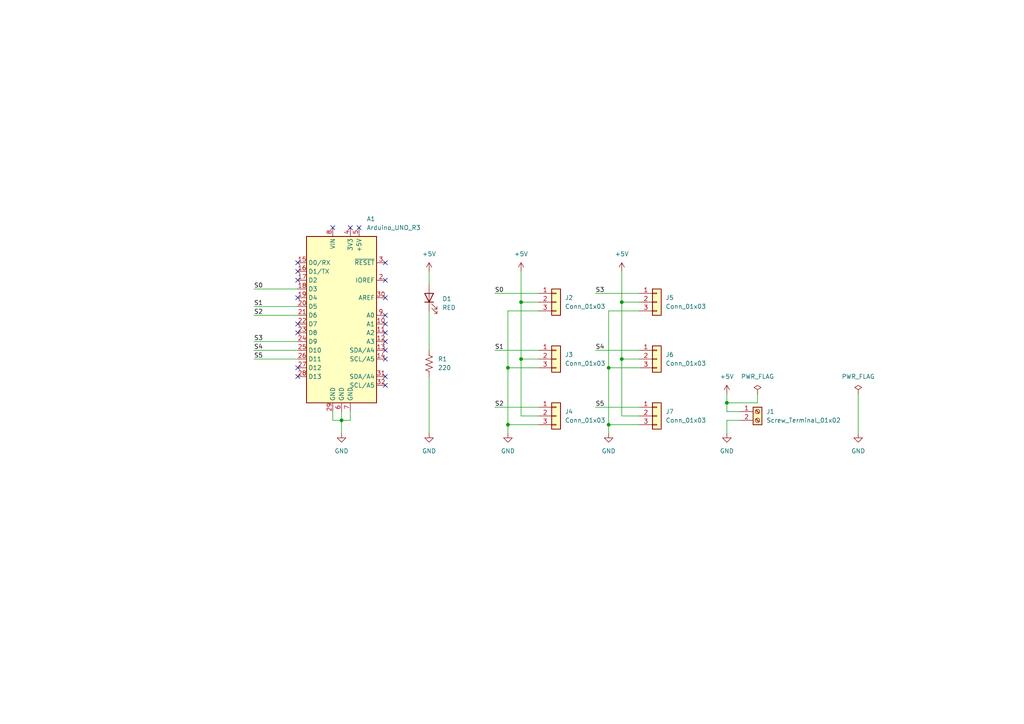
<source format=kicad_sch>
(kicad_sch (version 20230121) (generator eeschema)

  (uuid 7c5fec89-8792-4727-bfaf-8304731c4c88)

  (paper "A4")

  (lib_symbols
    (symbol "Connector:Screw_Terminal_01x02" (pin_names (offset 1.016) hide) (in_bom yes) (on_board yes)
      (property "Reference" "J" (at 0 2.54 0)
        (effects (font (size 1.27 1.27)))
      )
      (property "Value" "Screw_Terminal_01x02" (at 0 -5.08 0)
        (effects (font (size 1.27 1.27)))
      )
      (property "Footprint" "" (at 0 0 0)
        (effects (font (size 1.27 1.27)) hide)
      )
      (property "Datasheet" "~" (at 0 0 0)
        (effects (font (size 1.27 1.27)) hide)
      )
      (property "ki_keywords" "screw terminal" (at 0 0 0)
        (effects (font (size 1.27 1.27)) hide)
      )
      (property "ki_description" "Generic screw terminal, single row, 01x02, script generated (kicad-library-utils/schlib/autogen/connector/)" (at 0 0 0)
        (effects (font (size 1.27 1.27)) hide)
      )
      (property "ki_fp_filters" "TerminalBlock*:*" (at 0 0 0)
        (effects (font (size 1.27 1.27)) hide)
      )
      (symbol "Screw_Terminal_01x02_1_1"
        (rectangle (start -1.27 1.27) (end 1.27 -3.81)
          (stroke (width 0.254) (type default))
          (fill (type background))
        )
        (circle (center 0 -2.54) (radius 0.635)
          (stroke (width 0.1524) (type default))
          (fill (type none))
        )
        (polyline
          (pts
            (xy -0.5334 -2.2098)
            (xy 0.3302 -3.048)
          )
          (stroke (width 0.1524) (type default))
          (fill (type none))
        )
        (polyline
          (pts
            (xy -0.5334 0.3302)
            (xy 0.3302 -0.508)
          )
          (stroke (width 0.1524) (type default))
          (fill (type none))
        )
        (polyline
          (pts
            (xy -0.3556 -2.032)
            (xy 0.508 -2.8702)
          )
          (stroke (width 0.1524) (type default))
          (fill (type none))
        )
        (polyline
          (pts
            (xy -0.3556 0.508)
            (xy 0.508 -0.3302)
          )
          (stroke (width 0.1524) (type default))
          (fill (type none))
        )
        (circle (center 0 0) (radius 0.635)
          (stroke (width 0.1524) (type default))
          (fill (type none))
        )
        (pin passive line (at -5.08 0 0) (length 3.81)
          (name "Pin_1" (effects (font (size 1.27 1.27))))
          (number "1" (effects (font (size 1.27 1.27))))
        )
        (pin passive line (at -5.08 -2.54 0) (length 3.81)
          (name "Pin_2" (effects (font (size 1.27 1.27))))
          (number "2" (effects (font (size 1.27 1.27))))
        )
      )
    )
    (symbol "Connector_Generic:Conn_01x03" (pin_names (offset 1.016) hide) (in_bom yes) (on_board yes)
      (property "Reference" "J" (at 0 5.08 0)
        (effects (font (size 1.27 1.27)))
      )
      (property "Value" "Conn_01x03" (at 0 -5.08 0)
        (effects (font (size 1.27 1.27)))
      )
      (property "Footprint" "" (at 0 0 0)
        (effects (font (size 1.27 1.27)) hide)
      )
      (property "Datasheet" "~" (at 0 0 0)
        (effects (font (size 1.27 1.27)) hide)
      )
      (property "ki_keywords" "connector" (at 0 0 0)
        (effects (font (size 1.27 1.27)) hide)
      )
      (property "ki_description" "Generic connector, single row, 01x03, script generated (kicad-library-utils/schlib/autogen/connector/)" (at 0 0 0)
        (effects (font (size 1.27 1.27)) hide)
      )
      (property "ki_fp_filters" "Connector*:*_1x??_*" (at 0 0 0)
        (effects (font (size 1.27 1.27)) hide)
      )
      (symbol "Conn_01x03_1_1"
        (rectangle (start -1.27 -2.413) (end 0 -2.667)
          (stroke (width 0.1524) (type default))
          (fill (type none))
        )
        (rectangle (start -1.27 0.127) (end 0 -0.127)
          (stroke (width 0.1524) (type default))
          (fill (type none))
        )
        (rectangle (start -1.27 2.667) (end 0 2.413)
          (stroke (width 0.1524) (type default))
          (fill (type none))
        )
        (rectangle (start -1.27 3.81) (end 1.27 -3.81)
          (stroke (width 0.254) (type default))
          (fill (type background))
        )
        (pin passive line (at -5.08 2.54 0) (length 3.81)
          (name "Pin_1" (effects (font (size 1.27 1.27))))
          (number "1" (effects (font (size 1.27 1.27))))
        )
        (pin passive line (at -5.08 0 0) (length 3.81)
          (name "Pin_2" (effects (font (size 1.27 1.27))))
          (number "2" (effects (font (size 1.27 1.27))))
        )
        (pin passive line (at -5.08 -2.54 0) (length 3.81)
          (name "Pin_3" (effects (font (size 1.27 1.27))))
          (number "3" (effects (font (size 1.27 1.27))))
        )
      )
    )
    (symbol "Device:LED" (pin_numbers hide) (pin_names (offset 1.016) hide) (in_bom yes) (on_board yes)
      (property "Reference" "D" (at 0 2.54 0)
        (effects (font (size 1.27 1.27)))
      )
      (property "Value" "LED" (at 0 -2.54 0)
        (effects (font (size 1.27 1.27)))
      )
      (property "Footprint" "" (at 0 0 0)
        (effects (font (size 1.27 1.27)) hide)
      )
      (property "Datasheet" "~" (at 0 0 0)
        (effects (font (size 1.27 1.27)) hide)
      )
      (property "ki_keywords" "LED diode" (at 0 0 0)
        (effects (font (size 1.27 1.27)) hide)
      )
      (property "ki_description" "Light emitting diode" (at 0 0 0)
        (effects (font (size 1.27 1.27)) hide)
      )
      (property "ki_fp_filters" "LED* LED_SMD:* LED_THT:*" (at 0 0 0)
        (effects (font (size 1.27 1.27)) hide)
      )
      (symbol "LED_0_1"
        (polyline
          (pts
            (xy -1.27 -1.27)
            (xy -1.27 1.27)
          )
          (stroke (width 0.254) (type default))
          (fill (type none))
        )
        (polyline
          (pts
            (xy -1.27 0)
            (xy 1.27 0)
          )
          (stroke (width 0) (type default))
          (fill (type none))
        )
        (polyline
          (pts
            (xy 1.27 -1.27)
            (xy 1.27 1.27)
            (xy -1.27 0)
            (xy 1.27 -1.27)
          )
          (stroke (width 0.254) (type default))
          (fill (type none))
        )
        (polyline
          (pts
            (xy -3.048 -0.762)
            (xy -4.572 -2.286)
            (xy -3.81 -2.286)
            (xy -4.572 -2.286)
            (xy -4.572 -1.524)
          )
          (stroke (width 0) (type default))
          (fill (type none))
        )
        (polyline
          (pts
            (xy -1.778 -0.762)
            (xy -3.302 -2.286)
            (xy -2.54 -2.286)
            (xy -3.302 -2.286)
            (xy -3.302 -1.524)
          )
          (stroke (width 0) (type default))
          (fill (type none))
        )
      )
      (symbol "LED_1_1"
        (pin passive line (at -3.81 0 0) (length 2.54)
          (name "K" (effects (font (size 1.27 1.27))))
          (number "1" (effects (font (size 1.27 1.27))))
        )
        (pin passive line (at 3.81 0 180) (length 2.54)
          (name "A" (effects (font (size 1.27 1.27))))
          (number "2" (effects (font (size 1.27 1.27))))
        )
      )
    )
    (symbol "Device:R_US" (pin_numbers hide) (pin_names (offset 0)) (in_bom yes) (on_board yes)
      (property "Reference" "R" (at 2.54 0 90)
        (effects (font (size 1.27 1.27)))
      )
      (property "Value" "R_US" (at -2.54 0 90)
        (effects (font (size 1.27 1.27)))
      )
      (property "Footprint" "" (at 1.016 -0.254 90)
        (effects (font (size 1.27 1.27)) hide)
      )
      (property "Datasheet" "~" (at 0 0 0)
        (effects (font (size 1.27 1.27)) hide)
      )
      (property "ki_keywords" "R res resistor" (at 0 0 0)
        (effects (font (size 1.27 1.27)) hide)
      )
      (property "ki_description" "Resistor, US symbol" (at 0 0 0)
        (effects (font (size 1.27 1.27)) hide)
      )
      (property "ki_fp_filters" "R_*" (at 0 0 0)
        (effects (font (size 1.27 1.27)) hide)
      )
      (symbol "R_US_0_1"
        (polyline
          (pts
            (xy 0 -2.286)
            (xy 0 -2.54)
          )
          (stroke (width 0) (type default))
          (fill (type none))
        )
        (polyline
          (pts
            (xy 0 2.286)
            (xy 0 2.54)
          )
          (stroke (width 0) (type default))
          (fill (type none))
        )
        (polyline
          (pts
            (xy 0 -0.762)
            (xy 1.016 -1.143)
            (xy 0 -1.524)
            (xy -1.016 -1.905)
            (xy 0 -2.286)
          )
          (stroke (width 0) (type default))
          (fill (type none))
        )
        (polyline
          (pts
            (xy 0 0.762)
            (xy 1.016 0.381)
            (xy 0 0)
            (xy -1.016 -0.381)
            (xy 0 -0.762)
          )
          (stroke (width 0) (type default))
          (fill (type none))
        )
        (polyline
          (pts
            (xy 0 2.286)
            (xy 1.016 1.905)
            (xy 0 1.524)
            (xy -1.016 1.143)
            (xy 0 0.762)
          )
          (stroke (width 0) (type default))
          (fill (type none))
        )
      )
      (symbol "R_US_1_1"
        (pin passive line (at 0 3.81 270) (length 1.27)
          (name "~" (effects (font (size 1.27 1.27))))
          (number "1" (effects (font (size 1.27 1.27))))
        )
        (pin passive line (at 0 -3.81 90) (length 1.27)
          (name "~" (effects (font (size 1.27 1.27))))
          (number "2" (effects (font (size 1.27 1.27))))
        )
      )
    )
    (symbol "MCU_Module:Arduino_UNO_R3" (in_bom yes) (on_board yes)
      (property "Reference" "A" (at -10.16 23.495 0)
        (effects (font (size 1.27 1.27)) (justify left bottom))
      )
      (property "Value" "Arduino_UNO_R3" (at 5.08 -26.67 0)
        (effects (font (size 1.27 1.27)) (justify left top))
      )
      (property "Footprint" "Module:Arduino_UNO_R3" (at 0 0 0)
        (effects (font (size 1.27 1.27) italic) hide)
      )
      (property "Datasheet" "https://www.arduino.cc/en/Main/arduinoBoardUno" (at 0 0 0)
        (effects (font (size 1.27 1.27)) hide)
      )
      (property "ki_keywords" "Arduino UNO R3 Microcontroller Module Atmel AVR USB" (at 0 0 0)
        (effects (font (size 1.27 1.27)) hide)
      )
      (property "ki_description" "Arduino UNO Microcontroller Module, release 3" (at 0 0 0)
        (effects (font (size 1.27 1.27)) hide)
      )
      (property "ki_fp_filters" "Arduino*UNO*R3*" (at 0 0 0)
        (effects (font (size 1.27 1.27)) hide)
      )
      (symbol "Arduino_UNO_R3_0_1"
        (rectangle (start -10.16 22.86) (end 10.16 -25.4)
          (stroke (width 0.254) (type default))
          (fill (type background))
        )
      )
      (symbol "Arduino_UNO_R3_1_1"
        (pin no_connect line (at -10.16 -20.32 0) (length 2.54) hide
          (name "NC" (effects (font (size 1.27 1.27))))
          (number "1" (effects (font (size 1.27 1.27))))
        )
        (pin bidirectional line (at 12.7 -2.54 180) (length 2.54)
          (name "A1" (effects (font (size 1.27 1.27))))
          (number "10" (effects (font (size 1.27 1.27))))
        )
        (pin bidirectional line (at 12.7 -5.08 180) (length 2.54)
          (name "A2" (effects (font (size 1.27 1.27))))
          (number "11" (effects (font (size 1.27 1.27))))
        )
        (pin bidirectional line (at 12.7 -7.62 180) (length 2.54)
          (name "A3" (effects (font (size 1.27 1.27))))
          (number "12" (effects (font (size 1.27 1.27))))
        )
        (pin bidirectional line (at 12.7 -10.16 180) (length 2.54)
          (name "SDA/A4" (effects (font (size 1.27 1.27))))
          (number "13" (effects (font (size 1.27 1.27))))
        )
        (pin bidirectional line (at 12.7 -12.7 180) (length 2.54)
          (name "SCL/A5" (effects (font (size 1.27 1.27))))
          (number "14" (effects (font (size 1.27 1.27))))
        )
        (pin bidirectional line (at -12.7 15.24 0) (length 2.54)
          (name "D0/RX" (effects (font (size 1.27 1.27))))
          (number "15" (effects (font (size 1.27 1.27))))
        )
        (pin bidirectional line (at -12.7 12.7 0) (length 2.54)
          (name "D1/TX" (effects (font (size 1.27 1.27))))
          (number "16" (effects (font (size 1.27 1.27))))
        )
        (pin bidirectional line (at -12.7 10.16 0) (length 2.54)
          (name "D2" (effects (font (size 1.27 1.27))))
          (number "17" (effects (font (size 1.27 1.27))))
        )
        (pin bidirectional line (at -12.7 7.62 0) (length 2.54)
          (name "D3" (effects (font (size 1.27 1.27))))
          (number "18" (effects (font (size 1.27 1.27))))
        )
        (pin bidirectional line (at -12.7 5.08 0) (length 2.54)
          (name "D4" (effects (font (size 1.27 1.27))))
          (number "19" (effects (font (size 1.27 1.27))))
        )
        (pin output line (at 12.7 10.16 180) (length 2.54)
          (name "IOREF" (effects (font (size 1.27 1.27))))
          (number "2" (effects (font (size 1.27 1.27))))
        )
        (pin bidirectional line (at -12.7 2.54 0) (length 2.54)
          (name "D5" (effects (font (size 1.27 1.27))))
          (number "20" (effects (font (size 1.27 1.27))))
        )
        (pin bidirectional line (at -12.7 0 0) (length 2.54)
          (name "D6" (effects (font (size 1.27 1.27))))
          (number "21" (effects (font (size 1.27 1.27))))
        )
        (pin bidirectional line (at -12.7 -2.54 0) (length 2.54)
          (name "D7" (effects (font (size 1.27 1.27))))
          (number "22" (effects (font (size 1.27 1.27))))
        )
        (pin bidirectional line (at -12.7 -5.08 0) (length 2.54)
          (name "D8" (effects (font (size 1.27 1.27))))
          (number "23" (effects (font (size 1.27 1.27))))
        )
        (pin bidirectional line (at -12.7 -7.62 0) (length 2.54)
          (name "D9" (effects (font (size 1.27 1.27))))
          (number "24" (effects (font (size 1.27 1.27))))
        )
        (pin bidirectional line (at -12.7 -10.16 0) (length 2.54)
          (name "D10" (effects (font (size 1.27 1.27))))
          (number "25" (effects (font (size 1.27 1.27))))
        )
        (pin bidirectional line (at -12.7 -12.7 0) (length 2.54)
          (name "D11" (effects (font (size 1.27 1.27))))
          (number "26" (effects (font (size 1.27 1.27))))
        )
        (pin bidirectional line (at -12.7 -15.24 0) (length 2.54)
          (name "D12" (effects (font (size 1.27 1.27))))
          (number "27" (effects (font (size 1.27 1.27))))
        )
        (pin bidirectional line (at -12.7 -17.78 0) (length 2.54)
          (name "D13" (effects (font (size 1.27 1.27))))
          (number "28" (effects (font (size 1.27 1.27))))
        )
        (pin power_in line (at -2.54 -27.94 90) (length 2.54)
          (name "GND" (effects (font (size 1.27 1.27))))
          (number "29" (effects (font (size 1.27 1.27))))
        )
        (pin input line (at 12.7 15.24 180) (length 2.54)
          (name "~{RESET}" (effects (font (size 1.27 1.27))))
          (number "3" (effects (font (size 1.27 1.27))))
        )
        (pin input line (at 12.7 5.08 180) (length 2.54)
          (name "AREF" (effects (font (size 1.27 1.27))))
          (number "30" (effects (font (size 1.27 1.27))))
        )
        (pin bidirectional line (at 12.7 -17.78 180) (length 2.54)
          (name "SDA/A4" (effects (font (size 1.27 1.27))))
          (number "31" (effects (font (size 1.27 1.27))))
        )
        (pin bidirectional line (at 12.7 -20.32 180) (length 2.54)
          (name "SCL/A5" (effects (font (size 1.27 1.27))))
          (number "32" (effects (font (size 1.27 1.27))))
        )
        (pin power_out line (at 2.54 25.4 270) (length 2.54)
          (name "3V3" (effects (font (size 1.27 1.27))))
          (number "4" (effects (font (size 1.27 1.27))))
        )
        (pin power_out line (at 5.08 25.4 270) (length 2.54)
          (name "+5V" (effects (font (size 1.27 1.27))))
          (number "5" (effects (font (size 1.27 1.27))))
        )
        (pin power_in line (at 0 -27.94 90) (length 2.54)
          (name "GND" (effects (font (size 1.27 1.27))))
          (number "6" (effects (font (size 1.27 1.27))))
        )
        (pin power_in line (at 2.54 -27.94 90) (length 2.54)
          (name "GND" (effects (font (size 1.27 1.27))))
          (number "7" (effects (font (size 1.27 1.27))))
        )
        (pin power_in line (at -2.54 25.4 270) (length 2.54)
          (name "VIN" (effects (font (size 1.27 1.27))))
          (number "8" (effects (font (size 1.27 1.27))))
        )
        (pin bidirectional line (at 12.7 0 180) (length 2.54)
          (name "A0" (effects (font (size 1.27 1.27))))
          (number "9" (effects (font (size 1.27 1.27))))
        )
      )
    )
    (symbol "power:+5V" (power) (pin_names (offset 0)) (in_bom yes) (on_board yes)
      (property "Reference" "#PWR" (at 0 -3.81 0)
        (effects (font (size 1.27 1.27)) hide)
      )
      (property "Value" "+5V" (at 0 3.556 0)
        (effects (font (size 1.27 1.27)))
      )
      (property "Footprint" "" (at 0 0 0)
        (effects (font (size 1.27 1.27)) hide)
      )
      (property "Datasheet" "" (at 0 0 0)
        (effects (font (size 1.27 1.27)) hide)
      )
      (property "ki_keywords" "global power" (at 0 0 0)
        (effects (font (size 1.27 1.27)) hide)
      )
      (property "ki_description" "Power symbol creates a global label with name \"+5V\"" (at 0 0 0)
        (effects (font (size 1.27 1.27)) hide)
      )
      (symbol "+5V_0_1"
        (polyline
          (pts
            (xy -0.762 1.27)
            (xy 0 2.54)
          )
          (stroke (width 0) (type default))
          (fill (type none))
        )
        (polyline
          (pts
            (xy 0 0)
            (xy 0 2.54)
          )
          (stroke (width 0) (type default))
          (fill (type none))
        )
        (polyline
          (pts
            (xy 0 2.54)
            (xy 0.762 1.27)
          )
          (stroke (width 0) (type default))
          (fill (type none))
        )
      )
      (symbol "+5V_1_1"
        (pin power_in line (at 0 0 90) (length 0) hide
          (name "+5V" (effects (font (size 1.27 1.27))))
          (number "1" (effects (font (size 1.27 1.27))))
        )
      )
    )
    (symbol "power:GND" (power) (pin_names (offset 0)) (in_bom yes) (on_board yes)
      (property "Reference" "#PWR" (at 0 -6.35 0)
        (effects (font (size 1.27 1.27)) hide)
      )
      (property "Value" "GND" (at 0 -3.81 0)
        (effects (font (size 1.27 1.27)))
      )
      (property "Footprint" "" (at 0 0 0)
        (effects (font (size 1.27 1.27)) hide)
      )
      (property "Datasheet" "" (at 0 0 0)
        (effects (font (size 1.27 1.27)) hide)
      )
      (property "ki_keywords" "global power" (at 0 0 0)
        (effects (font (size 1.27 1.27)) hide)
      )
      (property "ki_description" "Power symbol creates a global label with name \"GND\" , ground" (at 0 0 0)
        (effects (font (size 1.27 1.27)) hide)
      )
      (symbol "GND_0_1"
        (polyline
          (pts
            (xy 0 0)
            (xy 0 -1.27)
            (xy 1.27 -1.27)
            (xy 0 -2.54)
            (xy -1.27 -1.27)
            (xy 0 -1.27)
          )
          (stroke (width 0) (type default))
          (fill (type none))
        )
      )
      (symbol "GND_1_1"
        (pin power_in line (at 0 0 270) (length 0) hide
          (name "GND" (effects (font (size 1.27 1.27))))
          (number "1" (effects (font (size 1.27 1.27))))
        )
      )
    )
    (symbol "power:PWR_FLAG" (power) (pin_numbers hide) (pin_names (offset 0) hide) (in_bom yes) (on_board yes)
      (property "Reference" "#FLG" (at 0 1.905 0)
        (effects (font (size 1.27 1.27)) hide)
      )
      (property "Value" "PWR_FLAG" (at 0 3.81 0)
        (effects (font (size 1.27 1.27)))
      )
      (property "Footprint" "" (at 0 0 0)
        (effects (font (size 1.27 1.27)) hide)
      )
      (property "Datasheet" "~" (at 0 0 0)
        (effects (font (size 1.27 1.27)) hide)
      )
      (property "ki_keywords" "flag power" (at 0 0 0)
        (effects (font (size 1.27 1.27)) hide)
      )
      (property "ki_description" "Special symbol for telling ERC where power comes from" (at 0 0 0)
        (effects (font (size 1.27 1.27)) hide)
      )
      (symbol "PWR_FLAG_0_0"
        (pin power_out line (at 0 0 90) (length 0)
          (name "pwr" (effects (font (size 1.27 1.27))))
          (number "1" (effects (font (size 1.27 1.27))))
        )
      )
      (symbol "PWR_FLAG_0_1"
        (polyline
          (pts
            (xy 0 0)
            (xy 0 1.27)
            (xy -1.016 1.905)
            (xy 0 2.54)
            (xy 1.016 1.905)
            (xy 0 1.27)
          )
          (stroke (width 0) (type default))
          (fill (type none))
        )
      )
    )
  )

  (junction (at 176.53 106.68) (diameter 0) (color 0 0 0 0)
    (uuid 0ccf1e73-7540-44f6-97c2-903e26062e4c)
  )
  (junction (at 147.32 123.19) (diameter 0) (color 0 0 0 0)
    (uuid 29adb71a-1f2d-4d9f-a3d7-67f8a1c0ec91)
  )
  (junction (at 210.82 116.84) (diameter 0) (color 0 0 0 0)
    (uuid 38959fef-9eb0-4279-95fe-506c2bcb2101)
  )
  (junction (at 180.34 104.14) (diameter 0) (color 0 0 0 0)
    (uuid 7e9a25e1-65fa-4d31-ae39-0a9294eb3156)
  )
  (junction (at 176.53 123.19) (diameter 0) (color 0 0 0 0)
    (uuid 81d95f93-a1f4-4672-b7ff-10cbbbabc571)
  )
  (junction (at 151.13 104.14) (diameter 0) (color 0 0 0 0)
    (uuid 81e92bcf-3a4a-409a-a935-95ad5fd2e1b2)
  )
  (junction (at 180.34 87.63) (diameter 0) (color 0 0 0 0)
    (uuid 9902c837-bf96-4006-9dc6-d5e99097071b)
  )
  (junction (at 151.13 87.63) (diameter 0) (color 0 0 0 0)
    (uuid b715c8f5-4bd4-48f6-9c03-0cf6ad418307)
  )
  (junction (at 147.32 106.68) (diameter 0) (color 0 0 0 0)
    (uuid b7615eac-d254-4cb1-a487-dbf5c122eb50)
  )
  (junction (at 99.06 121.92) (diameter 0) (color 0 0 0 0)
    (uuid ee6149da-230b-446e-9634-31613cb1a324)
  )

  (no_connect (at 86.36 86.36) (uuid 02bd3cf3-7dd1-4232-a78b-511872b7f10b))
  (no_connect (at 111.76 91.44) (uuid 03bc5a20-bdc0-4405-8883-f26fa013934d))
  (no_connect (at 86.36 109.22) (uuid 18e551e7-4a7e-4f97-a3da-1f51ddca78af))
  (no_connect (at 111.76 93.98) (uuid 287e326e-cfcb-4aca-91c3-8b583dce0ad7))
  (no_connect (at 86.36 96.52) (uuid 2d0157c3-b55d-4c83-9b16-d5fab6f6e737))
  (no_connect (at 111.76 81.28) (uuid 431d6a11-26ba-4345-b5aa-e8e3d85610f1))
  (no_connect (at 86.36 106.68) (uuid 5f9d5571-09af-4da1-a651-51d000483801))
  (no_connect (at 86.36 78.74) (uuid 601116e8-1d82-47ab-92f9-fcd128504edd))
  (no_connect (at 111.76 109.22) (uuid 671481bb-f10a-41eb-847a-fbdf5449b4e6))
  (no_connect (at 86.36 76.2) (uuid 683c53c2-951d-434a-9d8f-04f52467465e))
  (no_connect (at 86.36 93.98) (uuid 75cac2d5-d31c-4492-9514-bff92fc65d34))
  (no_connect (at 86.36 81.28) (uuid 8153ba47-f833-41c2-a48b-53c1dbc4e9fc))
  (no_connect (at 111.76 104.14) (uuid 9690b9d6-0ee4-4093-8a07-e869739b5c67))
  (no_connect (at 101.6 66.04) (uuid 981fb8e0-731b-4c58-8c4e-237d68187a07))
  (no_connect (at 111.76 111.76) (uuid a04ec9d9-5cea-47a9-b17e-b1673036df47))
  (no_connect (at 111.76 99.06) (uuid a726a157-0863-425b-8512-59f0f2a21dd0))
  (no_connect (at 111.76 76.2) (uuid a84ab9bc-edd3-4ae1-aead-d07cf1819449))
  (no_connect (at 111.76 96.52) (uuid cb02a009-0f17-425b-9b20-4078504457e6))
  (no_connect (at 111.76 101.6) (uuid cdba970f-ade1-4927-80f3-51a86780cecc))
  (no_connect (at 111.76 86.36) (uuid d25c2dd0-4414-411b-9ace-ef6a3c16c482))
  (no_connect (at 104.14 66.04) (uuid f001eb94-4bea-4fb0-a92e-8746dc69c472))
  (no_connect (at 96.52 66.04) (uuid f78a108e-4853-40a5-bf17-c41714543674))

  (wire (pts (xy 147.32 123.19) (xy 156.21 123.19))
    (stroke (width 0) (type default))
    (uuid 01453d70-f924-451d-8064-d153fbc1d7a2)
  )
  (wire (pts (xy 180.34 78.74) (xy 180.34 87.63))
    (stroke (width 0) (type default))
    (uuid 024a74b0-71c2-4894-be1c-061b8027485e)
  )
  (wire (pts (xy 176.53 125.73) (xy 176.53 123.19))
    (stroke (width 0) (type default))
    (uuid 074ca9e7-374a-4e7a-9cad-cbb4b452dbd1)
  )
  (wire (pts (xy 176.53 123.19) (xy 185.42 123.19))
    (stroke (width 0) (type default))
    (uuid 09b4864a-6eea-4f5e-92b2-1ee60e0a43f6)
  )
  (wire (pts (xy 210.82 119.38) (xy 214.63 119.38))
    (stroke (width 0) (type default))
    (uuid 10ffd2c5-c5e7-42f9-9386-dbeec576d672)
  )
  (wire (pts (xy 156.21 90.17) (xy 147.32 90.17))
    (stroke (width 0) (type default))
    (uuid 11b2b5a6-b4a3-45a1-90a6-9461f8bebc8a)
  )
  (wire (pts (xy 248.92 114.3) (xy 248.92 125.73))
    (stroke (width 0) (type default))
    (uuid 14e27c04-4bec-4272-ab65-c38e9657a893)
  )
  (wire (pts (xy 96.52 119.38) (xy 96.52 121.92))
    (stroke (width 0) (type default))
    (uuid 18fb8ccd-36ea-4799-9d86-dc239eeb5ce6)
  )
  (wire (pts (xy 151.13 78.74) (xy 151.13 87.63))
    (stroke (width 0) (type default))
    (uuid 194be05b-dd25-485a-8106-caa0b0a06b88)
  )
  (wire (pts (xy 219.71 114.3) (xy 219.71 116.84))
    (stroke (width 0) (type default))
    (uuid 1bc1be17-8b65-46d5-a650-19f611d5db59)
  )
  (wire (pts (xy 151.13 87.63) (xy 151.13 104.14))
    (stroke (width 0) (type default))
    (uuid 1d6d741f-468c-443a-a7b9-7e4272b462c7)
  )
  (wire (pts (xy 176.53 90.17) (xy 176.53 106.68))
    (stroke (width 0) (type default))
    (uuid 1ec29e42-ead1-423f-9813-503377164941)
  )
  (wire (pts (xy 124.46 90.17) (xy 124.46 101.6))
    (stroke (width 0) (type default))
    (uuid 212f6ab5-491b-4c01-86ce-acc848e79610)
  )
  (wire (pts (xy 143.51 85.09) (xy 156.21 85.09))
    (stroke (width 0) (type default))
    (uuid 3173446e-62e3-45f9-8e75-37f40ea5f6e9)
  )
  (wire (pts (xy 73.66 88.9) (xy 86.36 88.9))
    (stroke (width 0) (type default))
    (uuid 3994dd1f-187e-4c00-8fbc-1f1ccf7b7c71)
  )
  (wire (pts (xy 99.06 121.92) (xy 99.06 125.73))
    (stroke (width 0) (type default))
    (uuid 3c5380ed-72c9-46c3-b010-53eade44bb58)
  )
  (wire (pts (xy 151.13 104.14) (xy 151.13 120.65))
    (stroke (width 0) (type default))
    (uuid 44d9a3b4-cf2d-4ff5-9639-ed4dc8fcde3a)
  )
  (wire (pts (xy 73.66 99.06) (xy 86.36 99.06))
    (stroke (width 0) (type default))
    (uuid 44f979e0-a4ca-45e5-8eb4-cbf169bdd9a9)
  )
  (wire (pts (xy 151.13 87.63) (xy 156.21 87.63))
    (stroke (width 0) (type default))
    (uuid 45a26a28-ba14-49e4-a7b3-0100dae43f32)
  )
  (wire (pts (xy 185.42 90.17) (xy 176.53 90.17))
    (stroke (width 0) (type default))
    (uuid 45bc9ae1-f874-45a6-9223-391f9bc11eb4)
  )
  (wire (pts (xy 73.66 101.6) (xy 86.36 101.6))
    (stroke (width 0) (type default))
    (uuid 46119209-ee80-4ccd-80e6-45490e4aa8c2)
  )
  (wire (pts (xy 96.52 121.92) (xy 99.06 121.92))
    (stroke (width 0) (type default))
    (uuid 5401c961-7442-41f8-92a0-ad8fab3be038)
  )
  (wire (pts (xy 73.66 83.82) (xy 86.36 83.82))
    (stroke (width 0) (type default))
    (uuid 63485252-7b20-41e4-8464-351427c2a008)
  )
  (wire (pts (xy 180.34 87.63) (xy 185.42 87.63))
    (stroke (width 0) (type default))
    (uuid 65c26da5-4895-4e9e-b0bf-0c63e763f4f7)
  )
  (wire (pts (xy 172.72 101.6) (xy 185.42 101.6))
    (stroke (width 0) (type default))
    (uuid 67cb73ec-4dfb-4d53-8b81-020b463aa0de)
  )
  (wire (pts (xy 124.46 109.22) (xy 124.46 125.73))
    (stroke (width 0) (type default))
    (uuid 6b695c50-c6bd-41d1-8e4e-ca8eec53e9e8)
  )
  (wire (pts (xy 210.82 116.84) (xy 210.82 119.38))
    (stroke (width 0) (type default))
    (uuid 732133a5-62d4-4ab8-9b81-9ca20aca5cc5)
  )
  (wire (pts (xy 210.82 121.92) (xy 210.82 125.73))
    (stroke (width 0) (type default))
    (uuid 7a5a92a0-bee7-4dee-a24a-d2fb7ffa1732)
  )
  (wire (pts (xy 185.42 106.68) (xy 176.53 106.68))
    (stroke (width 0) (type default))
    (uuid 7fe9d7cc-569d-470c-b72d-010572a31ce1)
  )
  (wire (pts (xy 143.51 101.6) (xy 156.21 101.6))
    (stroke (width 0) (type default))
    (uuid 84bca2c5-5181-4d08-ae59-72e14c1a07d6)
  )
  (wire (pts (xy 180.34 87.63) (xy 180.34 104.14))
    (stroke (width 0) (type default))
    (uuid 86fcece1-a1e9-480c-a1df-1b78e790f024)
  )
  (wire (pts (xy 180.34 104.14) (xy 185.42 104.14))
    (stroke (width 0) (type default))
    (uuid 8f9deb21-6da9-48bc-9dfb-fa3e5383b878)
  )
  (wire (pts (xy 180.34 104.14) (xy 180.34 120.65))
    (stroke (width 0) (type default))
    (uuid 901a7334-ad44-4a2f-bc00-683662649ac8)
  )
  (wire (pts (xy 124.46 78.74) (xy 124.46 82.55))
    (stroke (width 0) (type default))
    (uuid 99fcc330-602f-4895-8f12-87525b0fb2ae)
  )
  (wire (pts (xy 176.53 106.68) (xy 176.53 123.19))
    (stroke (width 0) (type default))
    (uuid 9d5f9362-4bc3-4530-86a0-5400788bd591)
  )
  (wire (pts (xy 73.66 104.14) (xy 86.36 104.14))
    (stroke (width 0) (type default))
    (uuid a7e192f4-7949-4d50-ab67-920ce70d98ac)
  )
  (wire (pts (xy 101.6 121.92) (xy 99.06 121.92))
    (stroke (width 0) (type default))
    (uuid b8742203-f8eb-46ac-87ce-d64845f98df9)
  )
  (wire (pts (xy 185.42 120.65) (xy 180.34 120.65))
    (stroke (width 0) (type default))
    (uuid be17cebd-17ba-4c32-b797-90f18ee5fdd5)
  )
  (wire (pts (xy 151.13 104.14) (xy 156.21 104.14))
    (stroke (width 0) (type default))
    (uuid c2c09fbe-1559-4baf-aec8-089c5b2daf18)
  )
  (wire (pts (xy 210.82 121.92) (xy 214.63 121.92))
    (stroke (width 0) (type default))
    (uuid c63c6cd7-9e6e-493e-86c6-308f0b4bafc9)
  )
  (wire (pts (xy 143.51 118.11) (xy 156.21 118.11))
    (stroke (width 0) (type default))
    (uuid c79ff606-52b7-4631-9b91-4cb9c2fb1798)
  )
  (wire (pts (xy 172.72 118.11) (xy 185.42 118.11))
    (stroke (width 0) (type default))
    (uuid e14a8054-6dde-4bdf-b21a-61e2b6693471)
  )
  (wire (pts (xy 99.06 121.92) (xy 99.06 119.38))
    (stroke (width 0) (type default))
    (uuid e2c3221c-257c-47b4-86c0-4d6c1fb4885f)
  )
  (wire (pts (xy 73.66 91.44) (xy 86.36 91.44))
    (stroke (width 0) (type default))
    (uuid e2c83310-52e8-47e9-8cff-7ade29e69094)
  )
  (wire (pts (xy 156.21 120.65) (xy 151.13 120.65))
    (stroke (width 0) (type default))
    (uuid e4e7a574-2111-4648-8801-41c29f58a84a)
  )
  (wire (pts (xy 147.32 90.17) (xy 147.32 106.68))
    (stroke (width 0) (type default))
    (uuid ea27cc39-780a-4c3b-b2ae-5c3180758d28)
  )
  (wire (pts (xy 210.82 116.84) (xy 219.71 116.84))
    (stroke (width 0) (type default))
    (uuid eb9d6781-f150-4f0e-8256-7903fb92b46a)
  )
  (wire (pts (xy 210.82 114.3) (xy 210.82 116.84))
    (stroke (width 0) (type default))
    (uuid f07491c3-c2c0-415d-85d9-d4feccfbd1af)
  )
  (wire (pts (xy 172.72 85.09) (xy 185.42 85.09))
    (stroke (width 0) (type default))
    (uuid f2470467-7e26-4e2f-b6c2-50c9534cbfbe)
  )
  (wire (pts (xy 147.32 125.73) (xy 147.32 123.19))
    (stroke (width 0) (type default))
    (uuid f2b8b079-8c33-4f26-91a9-5a9dbbbbf844)
  )
  (wire (pts (xy 156.21 106.68) (xy 147.32 106.68))
    (stroke (width 0) (type default))
    (uuid f3e86209-9c35-477c-a2d8-3066aa755a8a)
  )
  (wire (pts (xy 147.32 106.68) (xy 147.32 123.19))
    (stroke (width 0) (type default))
    (uuid f5d7a4da-89d2-479b-a977-c74753e31da8)
  )
  (wire (pts (xy 101.6 119.38) (xy 101.6 121.92))
    (stroke (width 0) (type default))
    (uuid fd59debe-01ce-470b-86c5-352ea9a32eab)
  )

  (label "S3" (at 172.72 85.09 0) (fields_autoplaced)
    (effects (font (size 1.27 1.27)) (justify left bottom))
    (uuid 112aa478-8c6f-43c6-9d20-d6bf3c9fcc45)
  )
  (label "S1" (at 73.66 88.9 0) (fields_autoplaced)
    (effects (font (size 1.27 1.27)) (justify left bottom))
    (uuid 19b716aa-a4e4-43d3-bebf-dbb9deff257e)
  )
  (label "S4" (at 73.66 101.6 0) (fields_autoplaced)
    (effects (font (size 1.27 1.27)) (justify left bottom))
    (uuid 3097fc9a-c3d8-4a4a-879e-d622708c298f)
  )
  (label "S1" (at 143.51 101.6 0) (fields_autoplaced)
    (effects (font (size 1.27 1.27)) (justify left bottom))
    (uuid 3bbc2a12-05ca-4b9a-bc2d-3e5fa9e5174b)
  )
  (label "S0" (at 143.51 85.09 0) (fields_autoplaced)
    (effects (font (size 1.27 1.27)) (justify left bottom))
    (uuid 4474d563-a71c-45ee-9a9e-ee9e3c1d624b)
  )
  (label "S0" (at 73.66 83.82 0) (fields_autoplaced)
    (effects (font (size 1.27 1.27)) (justify left bottom))
    (uuid 500735bc-ff14-4ce8-9d72-ddfc6d9387a4)
  )
  (label "S3" (at 73.66 99.06 0) (fields_autoplaced)
    (effects (font (size 1.27 1.27)) (justify left bottom))
    (uuid 7bc10840-2955-489c-950d-c462b094e230)
  )
  (label "S5" (at 172.72 118.11 0) (fields_autoplaced)
    (effects (font (size 1.27 1.27)) (justify left bottom))
    (uuid 7c8516f4-7ee6-43fa-94a3-b307c2067ed6)
  )
  (label "S5" (at 73.66 104.14 0) (fields_autoplaced)
    (effects (font (size 1.27 1.27)) (justify left bottom))
    (uuid 7f3012df-0d54-42c4-9c67-7efda4b117e3)
  )
  (label "S4" (at 172.72 101.6 0) (fields_autoplaced)
    (effects (font (size 1.27 1.27)) (justify left bottom))
    (uuid 8798d936-d8f2-410d-8753-a43bedd316fb)
  )
  (label "S2" (at 73.66 91.44 0) (fields_autoplaced)
    (effects (font (size 1.27 1.27)) (justify left bottom))
    (uuid ea235525-f466-4307-97c7-6c055d19d75a)
  )
  (label "S2" (at 143.51 118.11 0) (fields_autoplaced)
    (effects (font (size 1.27 1.27)) (justify left bottom))
    (uuid f1b2745e-1b5d-4d36-b798-cf23398abc6a)
  )

  (symbol (lib_id "power:+5V") (at 151.13 78.74 0) (unit 1)
    (in_bom yes) (on_board yes) (dnp no) (fields_autoplaced)
    (uuid 0ad354ab-cce8-441e-888c-ab30952215d6)
    (property "Reference" "#PWR06" (at 151.13 82.55 0)
      (effects (font (size 1.27 1.27)) hide)
    )
    (property "Value" "+5V" (at 151.13 73.66 0)
      (effects (font (size 1.27 1.27)))
    )
    (property "Footprint" "" (at 151.13 78.74 0)
      (effects (font (size 1.27 1.27)) hide)
    )
    (property "Datasheet" "" (at 151.13 78.74 0)
      (effects (font (size 1.27 1.27)) hide)
    )
    (pin "1" (uuid c3ce44be-1875-434a-b8b4-51365dc8a8e6))
    (instances
      (project "240223_d0345_uno"
        (path "/7c5fec89-8792-4727-bfaf-8304731c4c88"
          (reference "#PWR06") (unit 1)
        )
      )
    )
  )

  (symbol (lib_id "power:GND") (at 99.06 125.73 0) (unit 1)
    (in_bom yes) (on_board yes) (dnp no) (fields_autoplaced)
    (uuid 0aef116c-aa5b-46f7-98d3-1b7a43553139)
    (property "Reference" "#PWR01" (at 99.06 132.08 0)
      (effects (font (size 1.27 1.27)) hide)
    )
    (property "Value" "GND" (at 99.06 130.81 0)
      (effects (font (size 1.27 1.27)))
    )
    (property "Footprint" "" (at 99.06 125.73 0)
      (effects (font (size 1.27 1.27)) hide)
    )
    (property "Datasheet" "" (at 99.06 125.73 0)
      (effects (font (size 1.27 1.27)) hide)
    )
    (pin "1" (uuid d919e5a3-ba6b-432b-afcf-d19983fe3cff))
    (instances
      (project "240223_d0345_uno"
        (path "/7c5fec89-8792-4727-bfaf-8304731c4c88"
          (reference "#PWR01") (unit 1)
        )
      )
    )
  )

  (symbol (lib_id "MCU_Module:Arduino_UNO_R3") (at 99.06 91.44 0) (unit 1)
    (in_bom yes) (on_board yes) (dnp no) (fields_autoplaced)
    (uuid 0c200b7f-e1f8-470a-be1f-3b6a0523268b)
    (property "Reference" "A1" (at 106.3341 63.5 0)
      (effects (font (size 1.27 1.27)) (justify left))
    )
    (property "Value" "Arduino_UNO_R3" (at 106.3341 66.04 0)
      (effects (font (size 1.27 1.27)) (justify left))
    )
    (property "Footprint" "Module:Arduino_UNO_R3" (at 99.06 91.44 0)
      (effects (font (size 1.27 1.27) italic) hide)
    )
    (property "Datasheet" "https://www.arduino.cc/en/Main/arduinoBoardUno" (at 99.06 91.44 0)
      (effects (font (size 1.27 1.27)) hide)
    )
    (pin "11" (uuid dd3d019f-c74d-4b99-9862-219ce5609ef8))
    (pin "13" (uuid 6ad2c114-c666-4c35-81f0-8f2994bc2abe))
    (pin "27" (uuid a468a5fd-eaa0-41d9-acc8-9c367163453b))
    (pin "7" (uuid ae2346c0-bfc3-4d08-b1a9-d9650c5d38f0))
    (pin "20" (uuid 1aafaa26-702e-4f0f-89e9-a26f3b84c398))
    (pin "12" (uuid 0726ea1d-4b3c-47f8-8e9c-7a1063e8f3e5))
    (pin "24" (uuid da7631fd-8844-4245-b55c-f7655e4b8c22))
    (pin "17" (uuid 9ff3e427-85ba-4082-a5b5-655b0d1c8cbd))
    (pin "28" (uuid 001e490f-5764-40f0-8e20-9a89401317b9))
    (pin "1" (uuid 58615970-bdb9-4375-8e4c-d32a0d421bd2))
    (pin "8" (uuid a26fe4ac-996c-4f02-86ab-814ecfba9cd9))
    (pin "31" (uuid de124604-7142-4558-9591-a4058fde90d7))
    (pin "14" (uuid 67a76b21-14a5-467d-adfe-c68753908dd5))
    (pin "16" (uuid 4f6be15e-5bcb-46f7-945e-012b29dbadd1))
    (pin "18" (uuid 150209b4-e2e1-428a-9c87-47abc6287198))
    (pin "32" (uuid fb3faa2a-0d4d-4f20-b063-6a6d7bfce515))
    (pin "5" (uuid b004129f-0f98-4f73-8a55-eae61f194fd3))
    (pin "9" (uuid 29378277-42c1-4a9c-94d6-f5595eb02202))
    (pin "4" (uuid 6cdf027a-40c4-4916-ab9c-2cc37e269981))
    (pin "21" (uuid 4c4b47a9-f6b3-4f41-8a1f-703e6860a5a9))
    (pin "26" (uuid 1c661436-3439-4caa-9f81-21b0e8d2bb70))
    (pin "3" (uuid 77d9f0b1-71ef-44fe-aa62-ee4b14e2fd22))
    (pin "23" (uuid 247033d8-a899-40de-ae92-90b49c45994b))
    (pin "10" (uuid 098cf7aa-1fa6-4a69-93c0-5ba108d9c7e3))
    (pin "30" (uuid 7d880f9d-8e01-420f-9053-6a0fc8c6de80))
    (pin "6" (uuid 7893dfa2-5d62-46f9-ad0c-780a93beccd5))
    (pin "2" (uuid 2d802b4a-a181-4de0-87e2-f6d58ba4c2a9))
    (pin "22" (uuid c05957e7-294a-458e-a6e8-ce89c3ed603b))
    (pin "15" (uuid e31c49f1-dca4-4f2a-ade9-cbbf26d72ba6))
    (pin "19" (uuid f4983e89-8b24-4a46-ac90-ba6e35d97da9))
    (pin "29" (uuid cbc9e50f-e35e-4211-87b2-056ea79ace54))
    (pin "25" (uuid 0bc6d25b-5e6e-4a1e-9ae4-9cedde5c5b0d))
    (instances
      (project "240223_d0345_uno"
        (path "/7c5fec89-8792-4727-bfaf-8304731c4c88"
          (reference "A1") (unit 1)
        )
      )
    )
  )

  (symbol (lib_id "power:GND") (at 210.82 125.73 0) (unit 1)
    (in_bom yes) (on_board yes) (dnp no) (fields_autoplaced)
    (uuid 191c7209-7c5b-4e8f-8a5f-b45287b4a3fa)
    (property "Reference" "#PWR04" (at 210.82 132.08 0)
      (effects (font (size 1.27 1.27)) hide)
    )
    (property "Value" "GND" (at 210.82 130.81 0)
      (effects (font (size 1.27 1.27)))
    )
    (property "Footprint" "" (at 210.82 125.73 0)
      (effects (font (size 1.27 1.27)) hide)
    )
    (property "Datasheet" "" (at 210.82 125.73 0)
      (effects (font (size 1.27 1.27)) hide)
    )
    (pin "1" (uuid 0e5f3c00-44f3-4fce-bfab-37011903c425))
    (instances
      (project "240223_d0345_uno"
        (path "/7c5fec89-8792-4727-bfaf-8304731c4c88"
          (reference "#PWR04") (unit 1)
        )
      )
    )
  )

  (symbol (lib_id "power:GND") (at 147.32 125.73 0) (unit 1)
    (in_bom yes) (on_board yes) (dnp no) (fields_autoplaced)
    (uuid 1d775bb7-916a-4c13-99ae-706a6b0817c4)
    (property "Reference" "#PWR05" (at 147.32 132.08 0)
      (effects (font (size 1.27 1.27)) hide)
    )
    (property "Value" "GND" (at 147.32 130.81 0)
      (effects (font (size 1.27 1.27)))
    )
    (property "Footprint" "" (at 147.32 125.73 0)
      (effects (font (size 1.27 1.27)) hide)
    )
    (property "Datasheet" "" (at 147.32 125.73 0)
      (effects (font (size 1.27 1.27)) hide)
    )
    (pin "1" (uuid 5a457747-2152-4121-b944-6f43f61bf01b))
    (instances
      (project "240223_d0345_uno"
        (path "/7c5fec89-8792-4727-bfaf-8304731c4c88"
          (reference "#PWR05") (unit 1)
        )
      )
    )
  )

  (symbol (lib_id "power:GND") (at 124.46 125.73 0) (unit 1)
    (in_bom yes) (on_board yes) (dnp no) (fields_autoplaced)
    (uuid 208d03a9-7e65-4aee-9be7-28b593da00a0)
    (property "Reference" "#PWR02" (at 124.46 132.08 0)
      (effects (font (size 1.27 1.27)) hide)
    )
    (property "Value" "GND" (at 124.46 130.81 0)
      (effects (font (size 1.27 1.27)))
    )
    (property "Footprint" "" (at 124.46 125.73 0)
      (effects (font (size 1.27 1.27)) hide)
    )
    (property "Datasheet" "" (at 124.46 125.73 0)
      (effects (font (size 1.27 1.27)) hide)
    )
    (pin "1" (uuid 30be65d4-6e7c-41d8-843f-7891dbb275b7))
    (instances
      (project "240223_d0345_uno"
        (path "/7c5fec89-8792-4727-bfaf-8304731c4c88"
          (reference "#PWR02") (unit 1)
        )
      )
    )
  )

  (symbol (lib_id "power:PWR_FLAG") (at 219.71 114.3 0) (unit 1)
    (in_bom yes) (on_board yes) (dnp no) (fields_autoplaced)
    (uuid 21ad7b1f-652d-401d-9055-2287f30cf330)
    (property "Reference" "#FLG01" (at 219.71 112.395 0)
      (effects (font (size 1.27 1.27)) hide)
    )
    (property "Value" "PWR_FLAG" (at 219.71 109.22 0)
      (effects (font (size 1.27 1.27)))
    )
    (property "Footprint" "" (at 219.71 114.3 0)
      (effects (font (size 1.27 1.27)) hide)
    )
    (property "Datasheet" "~" (at 219.71 114.3 0)
      (effects (font (size 1.27 1.27)) hide)
    )
    (pin "1" (uuid 0faddeb4-304c-4666-98b3-b3edc2f8c0fa))
    (instances
      (project "240223_d0345_uno"
        (path "/7c5fec89-8792-4727-bfaf-8304731c4c88"
          (reference "#FLG01") (unit 1)
        )
      )
    )
  )

  (symbol (lib_id "Connector_Generic:Conn_01x03") (at 190.5 87.63 0) (unit 1)
    (in_bom yes) (on_board yes) (dnp no) (fields_autoplaced)
    (uuid 2ba4bd03-2934-4bc2-92f3-9a7b9fc2ae52)
    (property "Reference" "J5" (at 193.04 86.36 0)
      (effects (font (size 1.27 1.27)) (justify left))
    )
    (property "Value" "Conn_01x03" (at 193.04 88.9 0)
      (effects (font (size 1.27 1.27)) (justify left))
    )
    (property "Footprint" "Connector_PinHeader_2.54mm:PinHeader_1x03_P2.54mm_Vertical" (at 190.5 87.63 0)
      (effects (font (size 1.27 1.27)) hide)
    )
    (property "Datasheet" "~" (at 190.5 87.63 0)
      (effects (font (size 1.27 1.27)) hide)
    )
    (pin "3" (uuid 35bd1d25-8197-4d1e-b467-05de5060d3ef))
    (pin "1" (uuid 49fcc738-21f2-471f-a56d-725e8a7ca9d8))
    (pin "2" (uuid 3f72d8d7-c9f4-498c-be61-792e618174bf))
    (instances
      (project "240223_d0345_uno"
        (path "/7c5fec89-8792-4727-bfaf-8304731c4c88"
          (reference "J5") (unit 1)
        )
      )
    )
  )

  (symbol (lib_id "Connector_Generic:Conn_01x03") (at 190.5 104.14 0) (unit 1)
    (in_bom yes) (on_board yes) (dnp no) (fields_autoplaced)
    (uuid 34a2380a-a445-4d94-b7b9-975a640770d3)
    (property "Reference" "J6" (at 193.04 102.87 0)
      (effects (font (size 1.27 1.27)) (justify left))
    )
    (property "Value" "Conn_01x03" (at 193.04 105.41 0)
      (effects (font (size 1.27 1.27)) (justify left))
    )
    (property "Footprint" "Connector_PinHeader_2.54mm:PinHeader_1x03_P2.54mm_Vertical" (at 190.5 104.14 0)
      (effects (font (size 1.27 1.27)) hide)
    )
    (property "Datasheet" "~" (at 190.5 104.14 0)
      (effects (font (size 1.27 1.27)) hide)
    )
    (pin "3" (uuid a45ddd7d-9d07-4f76-810f-5ccf998ed396))
    (pin "1" (uuid 823e0b64-d1b9-46dd-be7e-463008f03196))
    (pin "2" (uuid 0972d057-0887-4a1c-be7f-39f6436d83df))
    (instances
      (project "240223_d0345_uno"
        (path "/7c5fec89-8792-4727-bfaf-8304731c4c88"
          (reference "J6") (unit 1)
        )
      )
    )
  )

  (symbol (lib_id "power:+5V") (at 210.82 114.3 0) (unit 1)
    (in_bom yes) (on_board yes) (dnp no) (fields_autoplaced)
    (uuid 61b10e67-1202-41b5-a895-5b8e3a5bdf93)
    (property "Reference" "#PWR03" (at 210.82 118.11 0)
      (effects (font (size 1.27 1.27)) hide)
    )
    (property "Value" "+5V" (at 210.82 109.22 0)
      (effects (font (size 1.27 1.27)))
    )
    (property "Footprint" "" (at 210.82 114.3 0)
      (effects (font (size 1.27 1.27)) hide)
    )
    (property "Datasheet" "" (at 210.82 114.3 0)
      (effects (font (size 1.27 1.27)) hide)
    )
    (pin "1" (uuid 6d666dd8-b014-4421-9b5e-b42515904f92))
    (instances
      (project "240223_d0345_uno"
        (path "/7c5fec89-8792-4727-bfaf-8304731c4c88"
          (reference "#PWR03") (unit 1)
        )
      )
    )
  )

  (symbol (lib_id "power:+5V") (at 180.34 78.74 0) (unit 1)
    (in_bom yes) (on_board yes) (dnp no) (fields_autoplaced)
    (uuid 65e57daf-56e3-4ca9-8b3f-44a889a436ed)
    (property "Reference" "#PWR08" (at 180.34 82.55 0)
      (effects (font (size 1.27 1.27)) hide)
    )
    (property "Value" "+5V" (at 180.34 73.66 0)
      (effects (font (size 1.27 1.27)))
    )
    (property "Footprint" "" (at 180.34 78.74 0)
      (effects (font (size 1.27 1.27)) hide)
    )
    (property "Datasheet" "" (at 180.34 78.74 0)
      (effects (font (size 1.27 1.27)) hide)
    )
    (pin "1" (uuid d193ac05-cc46-47d2-87a0-2e5dc65566ac))
    (instances
      (project "240223_d0345_uno"
        (path "/7c5fec89-8792-4727-bfaf-8304731c4c88"
          (reference "#PWR08") (unit 1)
        )
      )
    )
  )

  (symbol (lib_id "power:+5V") (at 124.46 78.74 0) (unit 1)
    (in_bom yes) (on_board yes) (dnp no) (fields_autoplaced)
    (uuid 70ceab19-7db9-4138-aa1e-035c838cd90f)
    (property "Reference" "#PWR09" (at 124.46 82.55 0)
      (effects (font (size 1.27 1.27)) hide)
    )
    (property "Value" "+5V" (at 124.46 73.66 0)
      (effects (font (size 1.27 1.27)))
    )
    (property "Footprint" "" (at 124.46 78.74 0)
      (effects (font (size 1.27 1.27)) hide)
    )
    (property "Datasheet" "" (at 124.46 78.74 0)
      (effects (font (size 1.27 1.27)) hide)
    )
    (pin "1" (uuid ac1f1628-c3b2-4de3-b802-f73386af20e6))
    (instances
      (project "240223_d0345_uno"
        (path "/7c5fec89-8792-4727-bfaf-8304731c4c88"
          (reference "#PWR09") (unit 1)
        )
      )
    )
  )

  (symbol (lib_id "power:PWR_FLAG") (at 248.92 114.3 0) (unit 1)
    (in_bom yes) (on_board yes) (dnp no) (fields_autoplaced)
    (uuid 80a9d3b0-36f8-42cf-9e86-98a87366fcba)
    (property "Reference" "#FLG02" (at 248.92 112.395 0)
      (effects (font (size 1.27 1.27)) hide)
    )
    (property "Value" "PWR_FLAG" (at 248.92 109.22 0)
      (effects (font (size 1.27 1.27)))
    )
    (property "Footprint" "" (at 248.92 114.3 0)
      (effects (font (size 1.27 1.27)) hide)
    )
    (property "Datasheet" "~" (at 248.92 114.3 0)
      (effects (font (size 1.27 1.27)) hide)
    )
    (pin "1" (uuid 9c06412a-9fdf-441e-8faa-f672db82ece3))
    (instances
      (project "240223_d0345_uno"
        (path "/7c5fec89-8792-4727-bfaf-8304731c4c88"
          (reference "#FLG02") (unit 1)
        )
      )
    )
  )

  (symbol (lib_id "Connector:Screw_Terminal_01x02") (at 219.71 119.38 0) (unit 1)
    (in_bom yes) (on_board yes) (dnp no) (fields_autoplaced)
    (uuid 80d802f9-6a46-41b4-a074-1783b17347db)
    (property "Reference" "J1" (at 222.25 119.38 0)
      (effects (font (size 1.27 1.27)) (justify left))
    )
    (property "Value" "Screw_Terminal_01x02" (at 222.25 121.92 0)
      (effects (font (size 1.27 1.27)) (justify left))
    )
    (property "Footprint" "TerminalBlock_Phoenix:TerminalBlock_Phoenix_MKDS-1,5-2_1x02_P5.00mm_Horizontal" (at 219.71 119.38 0)
      (effects (font (size 1.27 1.27)) hide)
    )
    (property "Datasheet" "~" (at 219.71 119.38 0)
      (effects (font (size 1.27 1.27)) hide)
    )
    (pin "1" (uuid 7233466f-dc4b-46c2-8abf-8908e5fb88ba))
    (pin "2" (uuid d0561d9a-20d4-4173-a073-da8c7460eb37))
    (instances
      (project "240223_d0345_uno"
        (path "/7c5fec89-8792-4727-bfaf-8304731c4c88"
          (reference "J1") (unit 1)
        )
      )
    )
  )

  (symbol (lib_id "Connector_Generic:Conn_01x03") (at 161.29 104.14 0) (unit 1)
    (in_bom yes) (on_board yes) (dnp no) (fields_autoplaced)
    (uuid 8c1932c6-0c46-49cd-a4fe-89d23ed29af4)
    (property "Reference" "J3" (at 163.83 102.87 0)
      (effects (font (size 1.27 1.27)) (justify left))
    )
    (property "Value" "Conn_01x03" (at 163.83 105.41 0)
      (effects (font (size 1.27 1.27)) (justify left))
    )
    (property "Footprint" "Connector_PinHeader_2.54mm:PinHeader_1x03_P2.54mm_Vertical" (at 161.29 104.14 0)
      (effects (font (size 1.27 1.27)) hide)
    )
    (property "Datasheet" "~" (at 161.29 104.14 0)
      (effects (font (size 1.27 1.27)) hide)
    )
    (pin "3" (uuid 9ffcc8f9-6321-41f0-886a-ffc63d1a0ec8))
    (pin "1" (uuid 5543e7c3-c7d7-4542-a986-32b87c01d8c8))
    (pin "2" (uuid 32054214-c353-4771-8c76-314aed63c423))
    (instances
      (project "240223_d0345_uno"
        (path "/7c5fec89-8792-4727-bfaf-8304731c4c88"
          (reference "J3") (unit 1)
        )
      )
    )
  )

  (symbol (lib_id "Connector_Generic:Conn_01x03") (at 161.29 120.65 0) (unit 1)
    (in_bom yes) (on_board yes) (dnp no) (fields_autoplaced)
    (uuid 92d74390-3804-4b62-8b43-4cf9547eadd5)
    (property "Reference" "J4" (at 163.83 119.38 0)
      (effects (font (size 1.27 1.27)) (justify left))
    )
    (property "Value" "Conn_01x03" (at 163.83 121.92 0)
      (effects (font (size 1.27 1.27)) (justify left))
    )
    (property "Footprint" "Connector_PinHeader_2.54mm:PinHeader_1x03_P2.54mm_Vertical" (at 161.29 120.65 0)
      (effects (font (size 1.27 1.27)) hide)
    )
    (property "Datasheet" "~" (at 161.29 120.65 0)
      (effects (font (size 1.27 1.27)) hide)
    )
    (pin "3" (uuid ab76dad1-50ac-4671-ab41-2f46a2d2a8a7))
    (pin "1" (uuid 25855c83-80f0-41dc-a8b6-25103966f744))
    (pin "2" (uuid 41441113-f92a-4378-ae0d-6c3378ad7db6))
    (instances
      (project "240223_d0345_uno"
        (path "/7c5fec89-8792-4727-bfaf-8304731c4c88"
          (reference "J4") (unit 1)
        )
      )
    )
  )

  (symbol (lib_id "Device:R_US") (at 124.46 105.41 0) (unit 1)
    (in_bom yes) (on_board yes) (dnp no) (fields_autoplaced)
    (uuid aca18142-d99b-4ea1-9a2d-35f30a8cb0b0)
    (property "Reference" "R1" (at 127 104.14 0)
      (effects (font (size 1.27 1.27)) (justify left))
    )
    (property "Value" "220" (at 127 106.68 0)
      (effects (font (size 1.27 1.27)) (justify left))
    )
    (property "Footprint" "Capacitor_THT:C_Disc_D5.0mm_W2.5mm_P5.00mm" (at 125.476 105.664 90)
      (effects (font (size 1.27 1.27)) hide)
    )
    (property "Datasheet" "~" (at 124.46 105.41 0)
      (effects (font (size 1.27 1.27)) hide)
    )
    (pin "1" (uuid eee74287-3565-4023-a240-0e3fbbdb2e45))
    (pin "2" (uuid 58060625-48b9-46da-8bc8-6fcb89d10156))
    (instances
      (project "240223_d0345_uno"
        (path "/7c5fec89-8792-4727-bfaf-8304731c4c88"
          (reference "R1") (unit 1)
        )
      )
    )
  )

  (symbol (lib_id "power:GND") (at 176.53 125.73 0) (unit 1)
    (in_bom yes) (on_board yes) (dnp no) (fields_autoplaced)
    (uuid caa8569c-0048-4c09-ab95-20d8a5b1be0c)
    (property "Reference" "#PWR07" (at 176.53 132.08 0)
      (effects (font (size 1.27 1.27)) hide)
    )
    (property "Value" "GND" (at 176.53 130.81 0)
      (effects (font (size 1.27 1.27)))
    )
    (property "Footprint" "" (at 176.53 125.73 0)
      (effects (font (size 1.27 1.27)) hide)
    )
    (property "Datasheet" "" (at 176.53 125.73 0)
      (effects (font (size 1.27 1.27)) hide)
    )
    (pin "1" (uuid 96f70636-9c30-4997-b2c1-29745b3db32c))
    (instances
      (project "240223_d0345_uno"
        (path "/7c5fec89-8792-4727-bfaf-8304731c4c88"
          (reference "#PWR07") (unit 1)
        )
      )
    )
  )

  (symbol (lib_id "Device:LED") (at 124.46 86.36 90) (unit 1)
    (in_bom yes) (on_board yes) (dnp no)
    (uuid cd6127eb-39df-4d3c-a966-3996aa516018)
    (property "Reference" "D1" (at 128.27 86.6775 90)
      (effects (font (size 1.27 1.27)) (justify right))
    )
    (property "Value" "RED" (at 128.27 89.2175 90)
      (effects (font (size 1.27 1.27)) (justify right))
    )
    (property "Footprint" "LED_THT:LED_D5.0mm" (at 124.46 86.36 0)
      (effects (font (size 1.27 1.27)) hide)
    )
    (property "Datasheet" "~" (at 124.46 86.36 0)
      (effects (font (size 1.27 1.27)) hide)
    )
    (pin "1" (uuid c80687fa-b382-4ffa-81d8-d569e5bca6ce))
    (pin "2" (uuid 9dbb34e1-6312-46d2-a72f-aba76a7dc8e3))
    (instances
      (project "240223_d0345_uno"
        (path "/7c5fec89-8792-4727-bfaf-8304731c4c88"
          (reference "D1") (unit 1)
        )
      )
    )
  )

  (symbol (lib_id "Connector_Generic:Conn_01x03") (at 161.29 87.63 0) (unit 1)
    (in_bom yes) (on_board yes) (dnp no) (fields_autoplaced)
    (uuid e91fe5e4-8f98-4f6e-a89e-c7441e5cf95f)
    (property "Reference" "J2" (at 163.83 86.36 0)
      (effects (font (size 1.27 1.27)) (justify left))
    )
    (property "Value" "Conn_01x03" (at 163.83 88.9 0)
      (effects (font (size 1.27 1.27)) (justify left))
    )
    (property "Footprint" "Connector_PinHeader_2.54mm:PinHeader_1x03_P2.54mm_Vertical" (at 161.29 87.63 0)
      (effects (font (size 1.27 1.27)) hide)
    )
    (property "Datasheet" "~" (at 161.29 87.63 0)
      (effects (font (size 1.27 1.27)) hide)
    )
    (pin "3" (uuid d40b2196-5a21-48b8-8194-f9aa435c1cb0))
    (pin "1" (uuid c894a622-5088-4964-9386-eb8f8436b73e))
    (pin "2" (uuid 55ae2fa9-b527-480c-9cd0-2e1641e4aad2))
    (instances
      (project "240223_d0345_uno"
        (path "/7c5fec89-8792-4727-bfaf-8304731c4c88"
          (reference "J2") (unit 1)
        )
      )
    )
  )

  (symbol (lib_id "power:GND") (at 248.92 125.73 0) (unit 1)
    (in_bom yes) (on_board yes) (dnp no) (fields_autoplaced)
    (uuid ed5b3af3-76b3-4ae2-afa6-a08900d76d51)
    (property "Reference" "#PWR010" (at 248.92 132.08 0)
      (effects (font (size 1.27 1.27)) hide)
    )
    (property "Value" "GND" (at 248.92 130.81 0)
      (effects (font (size 1.27 1.27)))
    )
    (property "Footprint" "" (at 248.92 125.73 0)
      (effects (font (size 1.27 1.27)) hide)
    )
    (property "Datasheet" "" (at 248.92 125.73 0)
      (effects (font (size 1.27 1.27)) hide)
    )
    (pin "1" (uuid 2e106bd3-e834-4198-b43c-67c74eda281d))
    (instances
      (project "240223_d0345_uno"
        (path "/7c5fec89-8792-4727-bfaf-8304731c4c88"
          (reference "#PWR010") (unit 1)
        )
      )
    )
  )

  (symbol (lib_id "Connector_Generic:Conn_01x03") (at 190.5 120.65 0) (unit 1)
    (in_bom yes) (on_board yes) (dnp no) (fields_autoplaced)
    (uuid f78996fa-ed8d-4c9f-8e87-657dc39d6d8c)
    (property "Reference" "J7" (at 193.04 119.38 0)
      (effects (font (size 1.27 1.27)) (justify left))
    )
    (property "Value" "Conn_01x03" (at 193.04 121.92 0)
      (effects (font (size 1.27 1.27)) (justify left))
    )
    (property "Footprint" "Connector_PinHeader_2.54mm:PinHeader_1x03_P2.54mm_Vertical" (at 190.5 120.65 0)
      (effects (font (size 1.27 1.27)) hide)
    )
    (property "Datasheet" "~" (at 190.5 120.65 0)
      (effects (font (size 1.27 1.27)) hide)
    )
    (pin "3" (uuid 1909906e-8028-47b7-b34d-30ad60f4e719))
    (pin "1" (uuid 234d1d82-b093-4947-a309-c75498373c0b))
    (pin "2" (uuid df87ab56-2722-4dfa-891f-65ca83af30cd))
    (instances
      (project "240223_d0345_uno"
        (path "/7c5fec89-8792-4727-bfaf-8304731c4c88"
          (reference "J7") (unit 1)
        )
      )
    )
  )

  (sheet_instances
    (path "/" (page "1"))
  )
)

</source>
